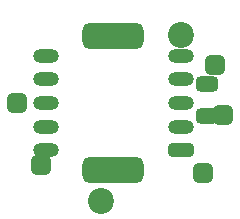
<source format=gts>
G04 Layer_Color=8388736*
%FSLAX25Y25*%
%MOIN*%
G70*
G01*
G75*
G04:AMPARAMS|DCode=32|XSize=204.72mil|YSize=86.61mil|CornerRadius=23.62mil|HoleSize=0mil|Usage=FLASHONLY|Rotation=180.000|XOffset=0mil|YOffset=0mil|HoleType=Round|Shape=RoundedRectangle|*
%AMROUNDEDRECTD32*
21,1,0.20472,0.03937,0,0,180.0*
21,1,0.15748,0.08661,0,0,180.0*
1,1,0.04724,-0.07874,0.01969*
1,1,0.04724,0.07874,0.01969*
1,1,0.04724,0.07874,-0.01969*
1,1,0.04724,-0.07874,-0.01969*
%
%ADD32ROUNDEDRECTD32*%
%ADD33O,0.08661X0.04724*%
G04:AMPARAMS|DCode=34|XSize=47.24mil|YSize=86.61mil|CornerRadius=13.78mil|HoleSize=0mil|Usage=FLASHONLY|Rotation=90.000|XOffset=0mil|YOffset=0mil|HoleType=Round|Shape=RoundedRectangle|*
%AMROUNDEDRECTD34*
21,1,0.04724,0.05906,0,0,90.0*
21,1,0.01969,0.08661,0,0,90.0*
1,1,0.02756,0.02953,0.00984*
1,1,0.02756,0.02953,-0.00984*
1,1,0.02756,-0.02953,-0.00984*
1,1,0.02756,-0.02953,0.00984*
%
%ADD34ROUNDEDRECTD34*%
G04:AMPARAMS|DCode=35|XSize=74.8mil|YSize=51.18mil|CornerRadius=14.76mil|HoleSize=0mil|Usage=FLASHONLY|Rotation=0.000|XOffset=0mil|YOffset=0mil|HoleType=Round|Shape=RoundedRectangle|*
%AMROUNDEDRECTD35*
21,1,0.07480,0.02165,0,0,0.0*
21,1,0.04528,0.05118,0,0,0.0*
1,1,0.02953,0.02264,-0.01083*
1,1,0.02953,-0.02264,-0.01083*
1,1,0.02953,-0.02264,0.01083*
1,1,0.02953,0.02264,0.01083*
%
%ADD35ROUNDEDRECTD35*%
G04:AMPARAMS|DCode=36|XSize=66.93mil|YSize=66.93mil|CornerRadius=18.7mil|HoleSize=0mil|Usage=FLASHONLY|Rotation=0.000|XOffset=0mil|YOffset=0mil|HoleType=Round|Shape=RoundedRectangle|*
%AMROUNDEDRECTD36*
21,1,0.06693,0.02953,0,0,0.0*
21,1,0.02953,0.06693,0,0,0.0*
1,1,0.03740,0.01476,-0.01476*
1,1,0.03740,-0.01476,-0.01476*
1,1,0.03740,-0.01476,0.01476*
1,1,0.03740,0.01476,0.01476*
%
%ADD36ROUNDEDRECTD36*%
%ADD37C,0.08661*%
D32*
X-1636Y-18268D02*
D03*
Y26232D02*
D03*
D33*
X-24136Y19732D02*
D03*
Y11857D02*
D03*
Y-3893D02*
D03*
Y3982D02*
D03*
Y-11768D02*
D03*
X20864Y19732D02*
D03*
Y11857D02*
D03*
Y3982D02*
D03*
Y-3893D02*
D03*
D34*
Y-11768D02*
D03*
D35*
X29528Y-394D02*
D03*
Y10236D02*
D03*
D36*
X-33760Y4035D02*
D03*
X28248Y-19291D02*
D03*
X32382Y16634D02*
D03*
X-25787Y-16634D02*
D03*
X35138Y-98D02*
D03*
D37*
X21134Y26694D02*
D03*
X-5512Y-28637D02*
D03*
M02*

</source>
